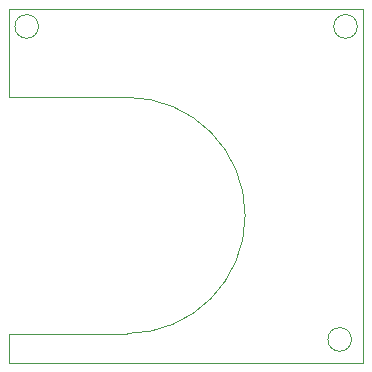
<source format=gbr>
G04 #@! TF.GenerationSoftware,KiCad,Pcbnew,(5.1.6)-1*
G04 #@! TF.CreationDate,2021-05-09T15:01:23+05:30*
G04 #@! TF.ProjectId,ProTag,50726f54-6167-42e6-9b69-6361645f7063,1*
G04 #@! TF.SameCoordinates,Original*
G04 #@! TF.FileFunction,Profile,NP*
%FSLAX45Y45*%
G04 Gerber Fmt 4.5, Leading zero omitted, Abs format (unit mm)*
G04 Created by KiCad (PCBNEW (5.1.6)-1) date 2021-05-09 15:01:23*
%MOMM*%
%LPD*%
G01*
G04 APERTURE LIST*
G04 #@! TA.AperFunction,Profile*
%ADD10C,0.010000*%
G04 #@! TD*
G04 APERTURE END LIST*
D10*
X16500000Y-11300000D02*
X16500000Y-10550000D01*
X17500000Y-11300000D02*
X16500000Y-11300000D01*
X16500000Y-13550000D02*
X16500000Y-13300000D01*
X16750000Y-10700000D02*
G75*
G03*
X16750000Y-10700000I-100000J0D01*
G01*
X17500000Y-11300000D02*
G75*
G02*
X17500000Y-13300000I0J-1000000D01*
G01*
X19400000Y-13350000D02*
G75*
G03*
X19400000Y-13350000I-100000J0D01*
G01*
X19500000Y-10550000D02*
X19500000Y-13550000D01*
X19450000Y-10700000D02*
G75*
G03*
X19450000Y-10700000I-100000J0D01*
G01*
X19500000Y-13550000D02*
X16500000Y-13550000D01*
X16500000Y-10550000D02*
X19500000Y-10550000D01*
X16500000Y-13300000D02*
X17500000Y-13300000D01*
M02*

</source>
